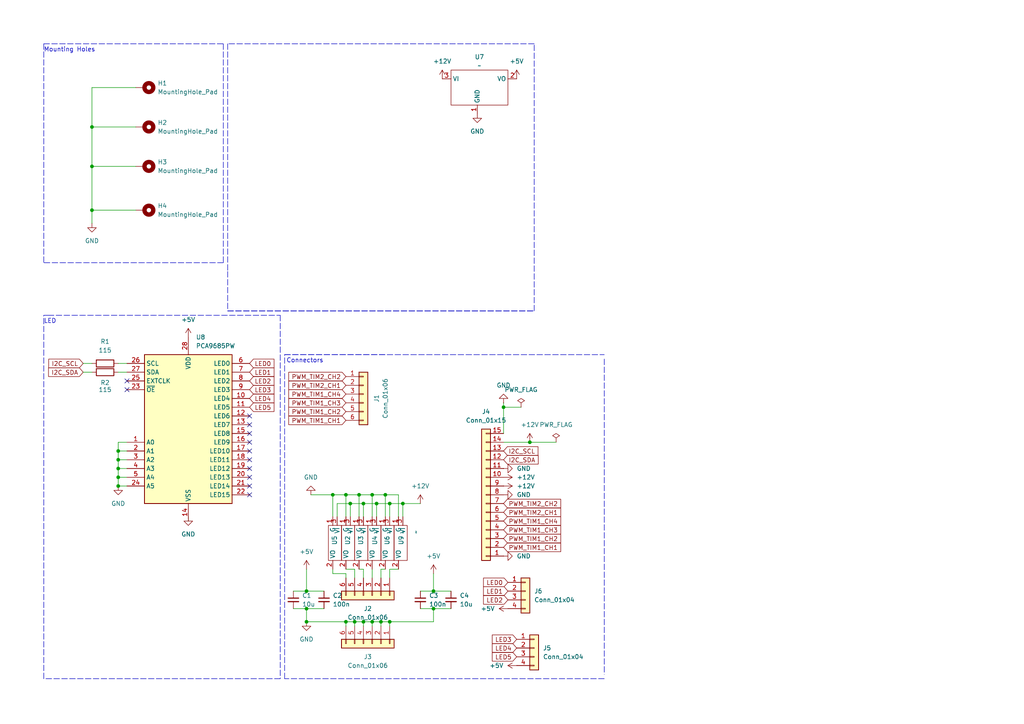
<source format=kicad_sch>
(kicad_sch (version 20231120) (generator "eeschema") (generator_version "8.0")
  (paper "A4")
  (title_block (title "PCB_tête") (date "2024-03-09") (rev "1.0") (company "ENSEA"))
  (lib_symbols
    (symbol "+5V_2" (power) (pin_numbers hide) (pin_names (offset 0) hide)
      (property "Value" "+5V" (at 0 3.556 0))
      (symbol "+5V_2_0_1"
        (polyline (pts (xy -0.762 1.27) (xy 0 2.54)))
        (polyline (pts (xy 0 0) (xy 0 2.54)))
        (polyline (pts (xy 0 2.54) (xy 0.762 1.27)))
      )
      (symbol "+5V_2_1_1"
        (pin power_in line (at 0 0 90) (length 0) (name "~") (number "1"))
      )
    )
    (symbol "Buck_1"
      (property "Reference" "U5" (at 2.032 -6.858 0))
      (property "Value" "~" (at 4.445 3.81 0))
      (symbol "Buck_1_1_1"
        (rectangle (start 2.54 1.27) (end 12.7 -2.54))
        (pin power_in line (at 0 -1.27 0) (length 2.54) (name "G") (number "1"))
        (pin passive line (at 15.24 -1.27 180) (length 2.54) (name "VO") (number "2"))
        (pin power_in line (at 0 0 0) (length 2.54) (name "VI") (number "3"))
      )
    )
    (symbol "Connector_Generic:Conn_01x04" (pin_names (offset 1.016) hide)
      (property "Reference" "J" (at 0 5.08 0))
      (property "Value" "Conn_01x04" (at 0 -7.62 0))
      (symbol "Conn_01x04_1_1"
        (rectangle (start -1.27 -4.953) (end 0 -5.207) (stroke (width 0.1524)))
        (rectangle (start -1.27 -2.413) (end 0 -2.667) (stroke (width 0.1524)))
        (rectangle (start -1.27 0.127) (end 0 -0.127) (stroke (width 0.1524)))
        (rectangle (start -1.27 2.667) (end 0 2.413) (stroke (width 0.1524)))
        (rectangle (start -1.27 3.81) (end 1.27 -6.35) (stroke (width 0.254)) (fill (type background)))
        (pin passive line (at -5.08 2.54 0) (length 3.81) (name "Pin_1") (number "1"))
        (pin passive line (at -5.08 0 0) (length 3.81) (name "Pin_2") (number "2"))
        (pin passive line (at -5.08 -2.54 0) (length 3.81) (name "Pin_3") (number "3"))
        (pin passive line (at -5.08 -5.08 0) (length 3.81) (name "Pin_4") (number "4"))
      )
    )
    (symbol "Connector_Generic:Conn_01x06" (pin_names (offset 1.016) hide)
      (property "Reference" "J" (at 0 7.62 0))
      (property "Value" "Conn_01x06" (at 0 -10.16 0))
      (symbol "Conn_01x06_1_1"
        (rectangle (start -1.27 -7.493) (end 0 -7.747) (stroke (width 0.1524)))
        (rectangle (start -1.27 -4.953) (end 0 -5.207) (stroke (width 0.1524)))
        (rectangle (start -1.27 -2.413) (end 0 -2.667) (stroke (width 0.1524)))
        (rectangle (start -1.27 0.127) (end 0 -0.127) (stroke (width 0.1524)))
        (rectangle (start -1.27 2.667) (end 0 2.413) (stroke (width 0.1524)))
        (rectangle (start -1.27 5.207) (end 0 4.953) (stroke (width 0.1524)))
        (rectangle (start -1.27 6.35) (end 1.27 -8.89) (stroke (width 0.254)) (fill (type background)))
        (pin passive line (at -5.08 5.08 0) (length 3.81) (name "Pin_1") (number "1"))
        (pin passive line (at -5.08 2.54 0) (length 3.81) (name "Pin_2") (number "2"))
        (pin passive line (at -5.08 0 0) (length 3.81) (name "Pin_3") (number "3"))
        (pin passive line (at -5.08 -2.54 0) (length 3.81) (name "Pin_4") (number "4"))
        (pin passive line (at -5.08 -5.08 0) (length 3.81) (name "Pin_5") (number "5"))
        (pin passive line (at -5.08 -7.62 0) (length 3.81) (name "Pin_6") (number "6"))
      )
    )
    (symbol "Connector_Generic:Conn_01x15" (pin_names (offset 1.016) hide)
      (property "Reference" "J" (at 0 20.32 0))
      (property "Value" "Conn_01x15" (at 0 -20.32 0))
      (symbol "Conn_01x15_1_1"
        (rectangle (start -1.27 -17.653) (end 0 -17.907) (stroke (width 0.1524)))
        (rectangle (start -1.27 -15.113) (end 0 -15.367) (stroke (width 0.1524)))
        (rectangle (start -1.27 -12.573) (end 0 -12.827) (stroke (width 0.1524)))
        (rectangle (start -1.27 -10.033) (end 0 -10.287) (stroke (width 0.1524)))
        (rectangle (start -1.27 -7.493) (end 0 -7.747) (stroke (width 0.1524)))
        (rectangle (start -1.27 -4.953) (end 0 -5.207) (stroke (width 0.1524)))
        (rectangle (start -1.27 -2.413) (end 0 -2.667) (stroke (width 0.1524)))
        (rectangle (start -1.27 0.127) (end 0 -0.127) (stroke (width 0.1524)))
        (rectangle (start -1.27 2.667) (end 0 2.413) (stroke (width 0.1524)))
        (rectangle (start -1.27 5.207) (end 0 4.953) (stroke (width 0.1524)))
        (rectangle (start -1.27 7.747) (end 0 7.493) (stroke (width 0.1524)))
        (rectangle (start -1.27 10.287) (end 0 10.033) (stroke (width 0.1524)))
        (rectangle (start -1.27 12.827) (end 0 12.573) (stroke (width 0.1524)))
        (rectangle (start -1.27 15.367) (end 0 15.113) (stroke (width 0.1524)))
        (rectangle (start -1.27 17.907) (end 0 17.653) (stroke (width 0.1524)))
        (rectangle (start -1.27 19.05) (end 1.27 -19.05) (stroke (width 0.254)) (fill (type background)))
        (pin passive line (at -5.08 17.78 0) (length 3.81) (name "Pin_1") (number "1"))
        (pin passive line (at -5.08 -5.08 0) (length 3.81) (name "Pin_10") (number "10"))
        (pin passive line (at -5.08 -7.62 0) (length 3.81) (name "Pin_11") (number "11"))
        (pin passive line (at -5.08 -10.16 0) (length 3.81) (name "Pin_12") (number "12"))
        (pin passive line (at -5.08 -12.7 0) (length 3.81) (name "Pin_13") (number "13"))
        (pin passive line (at -5.08 -15.24 0) (length 3.81) (name "Pin_14") (number "14"))
        (pin passive line (at -5.08 -17.78 0) (length 3.81) (name "Pin_15") (number "15"))
        (pin passive line (at -5.08 15.24 0) (length 3.81) (name "Pin_2") (number "2"))
        (pin passive line (at -5.08 12.7 0) (length 3.81) (name "Pin_3") (number "3"))
        (pin passive line (at -5.08 10.16 0) (length 3.81) (name "Pin_4") (number "4"))
        (pin passive line (at -5.08 7.62 0) (length 3.81) (name "Pin_5") (number "5"))
        (pin passive line (at -5.08 5.08 0) (length 3.81) (name "Pin_6") (number "6"))
        (pin passive line (at -5.08 2.54 0) (length 3.81) (name "Pin_7") (number "7"))
        (pin passive line (at -5.08 0 0) (length 3.81) (name "Pin_8") (number "8"))
        (pin passive line (at -5.08 -2.54 0) (length 3.81) (name "Pin_9") (number "9"))
      )
    )
    (symbol "Device:C_Small" (pin_numbers hide) (pin_names (offset 0.254) hide)
      (property "Reference" "C" (at 0.254 1.778 0))
      (property "Value" "C_Small" (at 0.254 -2.032 0))
      (symbol "C_Small_0_1"
        (polyline (pts (xy -1.524 -0.508) (xy 1.524 -0.508)) (stroke (width 0.3302)))
        (polyline (pts (xy -1.524 0.508) (xy 1.524 0.508)) (stroke (width 0.3048)))
      )
      (symbol "C_Small_1_1"
        (pin passive line (at 0 2.54 270) (length 2.032) (name "~") (number "1"))
        (pin passive line (at 0 -2.54 90) (length 2.032) (name "~") (number "2"))
      )
    )
    (symbol "Device:R" (pin_numbers hide) (pin_names (offset 0))
      (property "Reference" "R" (at 2.032 0 90))
      (property "Value" "R" (at 0 0 90))
      (symbol "R_0_1"
        (rectangle (start -1.016 -2.54) (end 1.016 2.54) (stroke (width 0.254)))
      )
      (symbol "R_1_1"
        (pin passive line (at 0 3.81 270) (length 1.27) (name "~") (number "1"))
        (pin passive line (at 0 -3.81 90) (length 1.27) (name "~") (number "2"))
      )
    )
    (symbol "Driver_LED:PCA9685PW"
      (property "Reference" "U" (at -12.7 22.225 0))
      (property "Value" "PCA9685PW" (at 1.27 22.225 0))
      (symbol "PCA9685PW_0_1"
        (rectangle (start -12.7 20.32) (end 12.7 -22.86) (stroke (width 0.254)) (fill (type background)))
      )
      (symbol "PCA9685PW_1_1"
        (pin input line (at -17.78 -5.08 0) (length 5.08) (name "A0") (number "1"))
        (pin output line (at 17.78 7.62 180) (length 5.08) (name "LED4") (number "10"))
        (pin output line (at 17.78 5.08 180) (length 5.08) (name "LED5") (number "11"))
        (pin output line (at 17.78 2.54 180) (length 5.08) (name "LED6") (number "12"))
        (pin output line (at 17.78 0 180) (length 5.08) (name "LED7") (number "13"))
        (pin power_in line (at 0 -27.94 90) (length 5.08) (name "VSS") (number "14"))
        (pin output line (at 17.78 -2.54 180) (length 5.08) (name "LED8") (number "15"))
        (pin output line (at 17.78 -5.08 180) (length 5.08) (name "LED9") (number "16"))
        (pin output line (at 17.78 -7.62 180) (length 5.08) (name "LED10") (number "17"))
        (pin output line (at 17.78 -10.16 180) (length 5.08) (name "LED11") (number "18"))
        (pin output line (at 17.78 -12.7 180) (length 5.08) (name "LED12") (number "19"))
        (pin input line (at -17.78 -7.62 0) (length 5.08) (name "A1") (number "2"))
        (pin output line (at 17.78 -15.24 180) (length 5.08) (name "LED13") (number "20"))
        (pin output line (at 17.78 -17.78 180) (length 5.08) (name "LED14") (number "21"))
        (pin output line (at 17.78 -20.32 180) (length 5.08) (name "LED15") (number "22"))
        (pin input line (at -17.78 10.16 0) (length 5.08) (name "~{OE}") (number "23"))
        (pin input line (at -17.78 -17.78 0) (length 5.08) (name "A5") (number "24"))
        (pin input line (at -17.78 12.7 0) (length 5.08) (name "EXTCLK") (number "25"))
        (pin input line (at -17.78 17.78 0) (length 5.08) (name "SCL") (number "26"))
        (pin bidirectional line (at -17.78 15.24 0) (length 5.08) (name "SDA") (number "27"))
        (pin power_in line (at 0 25.4 270) (length 5.08) (name "VDD") (number "28"))
        (pin input line (at -17.78 -10.16 0) (length 5.08) (name "A2") (number "3"))
        (pin input line (at -17.78 -12.7 0) (length 5.08) (name "A3") (number "4"))
        (pin input line (at -17.78 -15.24 0) (length 5.08) (name "A4") (number "5"))
        (pin output line (at 17.78 17.78 180) (length 5.08) (name "LED0") (number "6"))
        (pin output line (at 17.78 15.24 180) (length 5.08) (name "LED1") (number "7"))
        (pin output line (at 17.78 12.7 180) (length 5.08) (name "LED2") (number "8"))
        (pin output line (at 17.78 10.16 180) (length 5.08) (name "LED3") (number "9"))
      )
    )
    (symbol "GND_1" (power) (pin_numbers hide) (pin_names (offset 0) hide)
      (property "Value" "GND" (at 0 -3.81 0))
      (symbol "GND_1_0_1"
        (polyline (pts (xy 0 0) (xy 0 -1.27) (xy 1.27 -1.27) (xy 0 -2.54) (xy -1.27 -1.27) (xy 0 -1.27)))
      )
      (symbol "GND_1_1_1"
        (pin power_in line (at 0 0 270) (length 0) (name "~") (number "1"))
      )
    )
    (symbol "GND_2" (power) (pin_numbers hide) (pin_names (offset 0) hide)
      (property "Value" "GND" (at 0 -3.81 0))
      (symbol "GND_2_0_1"
        (polyline (pts (xy 0 0) (xy 0 -1.27) (xy 1.27 -1.27) (xy 0 -2.54) (xy -1.27 -1.27) (xy 0 -1.27)))
      )
      (symbol "GND_2_1_1"
        (pin power_in line (at 0 0 270) (length 0) (name "~") (number "1"))
      )
    )
    (symbol "GND_3" (power) (pin_numbers hide) (pin_names (offset 0) hide)
      (property "Value" "GND" (at 0 -3.81 0))
      (symbol "GND_3_0_1"
        (polyline (pts (xy 0 0) (xy 0 -1.27) (xy 1.27 -1.27) (xy 0 -2.54) (xy -1.27 -1.27) (xy 0 -1.27)))
      )
      (symbol "GND_3_1_1"
        (pin power_in line (at 0 0 270) (length 0) (name "~") (number "1"))
      )
    )
    (symbol "Mechanical:MountingHole_Pad" (pin_numbers hide) (pin_names (offset 1.016) hide)
      (property "Reference" "H" (at 0 6.35 0))
      (property "Value" "MountingHole_Pad" (at 0 4.445 0))
      (symbol "MountingHole_Pad_0_1"
        (circle (center 0 1.27) (radius 1.27) (stroke (width 1.27)))
      )
      (symbol "MountingHole_Pad_1_1"
        (pin input line (at 0 -2.54 90) (length 2.54) (name "1") (number "1"))
      )
    )
    (symbol "kicad-unified-universal-8.0.0:Buck1"
      (property "Reference" "U7" (at 0.635 7.62 0))
      (property "Value" "~" (at 0.635 5.08 0))
      (symbol "Buck1_1_1"
        (rectangle (start -7.62 3.81) (end 8.89 -6.35))
        (pin power_in line (at 0 -8.89 90) (length 2.54) (name "GND") (number "1"))
        (pin power_out line (at 11.43 1.27 180) (length 2.54) (name "VO") (number "2"))
        (pin power_in line (at -10.16 1.27 0) (length 2.54) (name "VI") (number "3"))
      )
    )
    (symbol "power:+12V" (power) (pin_numbers hide) (pin_names (offset 0) hide)
      (property "Value" "+12V" (at 0 3.556 0))
      (symbol "+12V_0_1"
        (polyline (pts (xy -0.762 1.27) (xy 0 2.54)))
        (polyline (pts (xy 0 0) (xy 0 2.54)))
        (polyline (pts (xy 0 2.54) (xy 0.762 1.27)))
      )
      (symbol "+12V_1_1"
        (pin power_in line (at 0 0 90) (length 0) (name "~") (number "1"))
      )
    )
    (symbol "power:+5V" (power) (pin_names (offset 0))
      (property "Value" "+5V" (at 0 3.556 0))
      (symbol "+5V_0_1"
        (polyline (pts (xy -0.762 1.27) (xy 0 2.54)))
        (polyline (pts (xy 0 0) (xy 0 2.54)))
        (polyline (pts (xy 0 2.54) (xy 0.762 1.27)))
      )
      (symbol "+5V_1_1"
        (pin power_in line (at 0 0 90) (length 0) hide (name "+5V") (number "1"))
      )
    )
    (symbol "power:GND" (power) (pin_names (offset 0))
      (property "Value" "GND" (at 0 -3.81 0))
      (symbol "GND_0_1"
        (polyline (pts (xy 0 0) (xy 0 -1.27) (xy 1.27 -1.27) (xy 0 -2.54) (xy -1.27 -1.27) (xy 0 -1.27)))
      )
      (symbol "GND_1_1"
        (pin power_in line (at 0 0 270) (length 0) hide (name "GND") (number "1"))
      )
    )
    (symbol "power:PWR_FLAG" (power) (pin_numbers hide) (pin_names (offset 0) hide)
      (property "Value" "PWR_FLAG" (at 0 3.81 0))
      (symbol "PWR_FLAG_0_0"
        (pin power_out line (at 0 0 90) (length 0) (name "~") (number "1"))
      )
      (symbol "PWR_FLAG_0_1"
        (polyline (pts (xy 0 0) (xy 0 1.27) (xy -1.016 1.905) (xy 0 2.54) (xy 1.016 1.905) (xy 0 1.27)))
      )
    )
  )
  (junction (at 125.73 171.45))
  (junction (at 125.73 176.53))
  (junction (at 100.33 180.34))
  (junction (at 104.14 143.51))
  (junction (at 96.52 143.51))
  (junction (at 111.76 143.51))
  (junction (at 26.67 36.83))
  (junction (at 88.9 171.45))
  (junction (at 102.87 180.34))
  (junction (at 100.33 143.51))
  (junction (at 34.29 138.43))
  (junction (at 34.29 140.97))
  (junction (at 116.84 146.05))
  (junction (at 26.67 48.26))
  (junction (at 146.05 118.11))
  (junction (at 113.03 180.34))
  (junction (at 107.95 180.34))
  (junction (at 113.03 146.05))
  (junction (at 101.6 146.05))
  (junction (at 88.9 176.53))
  (junction (at 34.29 130.81))
  (junction (at 34.29 133.35))
  (junction (at 107.95 143.51))
  (junction (at 109.22 146.05))
  (junction (at 110.49 180.34))
  (junction (at 105.41 180.34))
  (junction (at 105.41 146.05))
  (junction (at 34.29 135.89))
  (junction (at 88.9 180.34))
  (junction (at 153.67 128.27))
  (junction (at 26.67 60.96))
  (no_connect (at 72.39 140.97))
  (no_connect (at 72.39 128.27))
  (no_connect (at 72.39 123.19))
  (no_connect (at 72.39 125.73))
  (no_connect (at 72.39 133.35))
  (no_connect (at 72.39 138.43))
  (no_connect (at 72.39 143.51))
  (no_connect (at 72.39 130.81))
  (no_connect (at 72.39 120.65))
  (no_connect (at 36.83 113.03))
  (no_connect (at 36.83 110.49))
  (no_connect (at 72.39 135.89))
  (polyline (pts (xy 13.97 91.44) (xy 81.28 91.44)) (stroke (width 0) (type dash)))
  (wire (pts (xy 109.22 149.86) (xy 109.22 146.05)))
  (wire (pts (xy 105.41 146.05) (xy 109.22 146.05)))
  (polyline (pts (xy 66.04 78.74) (xy 66.04 90.17)) (stroke (width 0) (type dash)))
  (wire (pts (xy 96.52 165.1) (xy 96.52 166.37)))
  (wire (pts (xy 109.22 146.05) (xy 113.03 146.05)))
  (wire (pts (xy 121.92 171.45) (xy 125.73 171.45)))
  (wire (pts (xy 125.73 171.45) (xy 130.81 171.45)))
  (wire (pts (xy 100.33 149.86) (xy 100.33 143.51)))
  (wire (pts (xy 111.76 149.86) (xy 111.76 143.51)))
  (wire (pts (xy 110.49 167.64) (xy 110.49 165.1)))
  (wire (pts (xy 85.09 171.45) (xy 88.9 171.45)))
  (wire (pts (xy 97.79 146.05) (xy 101.6 146.05)))
  (polyline (pts (xy 64.77 76.2) (xy 12.7 76.2)) (stroke (width 0) (type dash)))
  (polyline (pts (xy 66.04 90.17) (xy 154.94 90.17)) (stroke (width 0) (type dash)))
  (wire (pts (xy 102.87 167.64) (xy 102.87 165.1)))
  (wire (pts (xy 34.29 105.41) (xy 36.83 105.41)))
  (wire (pts (xy 100.33 143.51) (xy 96.52 143.51)))
  (wire (pts (xy 34.29 130.81) (xy 34.29 133.35)))
  (wire (pts (xy 26.67 60.96) (xy 39.37 60.96)))
  (wire (pts (xy 105.41 180.34) (xy 107.95 180.34)))
  (wire (pts (xy 113.03 180.34) (xy 125.73 180.34)))
  (wire (pts (xy 115.57 143.51) (xy 111.76 143.51)))
  (wire (pts (xy 54.61 149.86) (xy 54.61 151.13)))
  (wire (pts (xy 110.49 165.1) (xy 111.76 165.1)))
  (wire (pts (xy 146.05 116.84) (xy 146.05 118.11)))
  (polyline (pts (xy 81.28 91.44) (xy 81.28 196.85)) (stroke (width 0) (type dash)))
  (wire (pts (xy 107.95 149.86) (xy 107.95 143.51)))
  (wire (pts (xy 153.67 128.27) (xy 161.29 128.27)))
  (wire (pts (xy 34.29 138.43) (xy 34.29 140.97)))
  (polyline (pts (xy 12.7 196.85) (xy 12.7 91.44)) (stroke (width 0) (type dash)))
  (polyline (pts (xy 12.7 91.44) (xy 13.97 91.44)) (stroke (width 0) (type dash)))
  (wire (pts (xy 24.13 105.41) (xy 26.67 105.41)))
  (wire (pts (xy 111.76 143.51) (xy 107.95 143.51)))
  (wire (pts (xy 39.37 36.83) (xy 26.67 36.83)))
  (wire (pts (xy 116.84 146.05) (xy 116.84 149.86)))
  (wire (pts (xy 104.14 143.51) (xy 100.33 143.51)))
  (wire (pts (xy 105.41 165.1) (xy 105.41 167.64)))
  (polyline (pts (xy 12.7 12.7) (xy 64.77 12.7)) (stroke (width 0) (type dash)))
  (polyline (pts (xy 154.94 12.7) (xy 66.04 12.7)) (stroke (width 0) (type dash)))
  (wire (pts (xy 85.09 176.53) (xy 88.9 176.53)))
  (wire (pts (xy 105.41 165.1) (xy 104.14 165.1)))
  (wire (pts (xy 34.29 133.35) (xy 36.83 133.35)))
  (wire (pts (xy 101.6 146.05) (xy 105.41 146.05)))
  (polyline (pts (xy 82.55 102.87) (xy 175.26 102.87)) (stroke (width 0) (type dash)))
  (wire (pts (xy 24.13 107.95) (xy 26.67 107.95)))
  (polyline (pts (xy 154.94 90.17) (xy 154.94 12.7)) (stroke (width 0) (type dash)))
  (wire (pts (xy 36.83 128.27) (xy 34.29 128.27)))
  (wire (pts (xy 88.9 176.53) (xy 88.9 180.34)))
  (wire (pts (xy 26.67 25.4) (xy 26.67 36.83)))
  (wire (pts (xy 26.67 60.96) (xy 26.67 64.77)))
  (wire (pts (xy 26.67 36.83) (xy 26.67 48.26)))
  (wire (pts (xy 107.95 165.1) (xy 107.95 167.64)))
  (wire (pts (xy 113.03 167.64) (xy 113.03 165.1)))
  (wire (pts (xy 26.67 48.26) (xy 26.67 60.96)))
  (wire (pts (xy 101.6 149.86) (xy 101.6 146.05)))
  (wire (pts (xy 107.95 180.34) (xy 110.49 180.34)))
  (polyline (pts (xy 175.26 104.14) (xy 175.26 195.58)) (stroke (width 0) (type dash)))
  (wire (pts (xy 34.29 140.97) (xy 36.83 140.97)))
  (wire (pts (xy 96.52 143.51) (xy 90.17 143.51)))
  (polyline (pts (xy 64.77 12.7) (xy 64.77 76.2)) (stroke (width 0) (type dash)))
  (wire (pts (xy 105.41 149.86) (xy 105.41 146.05)))
  (wire (pts (xy 34.29 135.89) (xy 34.29 138.43)))
  (wire (pts (xy 34.29 133.35) (xy 34.29 135.89)))
  (wire (pts (xy 102.87 180.34) (xy 105.41 180.34)))
  (wire (pts (xy 110.49 180.34) (xy 110.49 181.61)))
  (wire (pts (xy 125.73 176.53) (xy 130.81 176.53)))
  (polyline (pts (xy 12.7 12.7) (xy 12.7 76.2)) (stroke (width 0) (type dash)))
  (wire (pts (xy 113.03 146.05) (xy 116.84 146.05)))
  (wire (pts (xy 96.52 166.37) (xy 100.33 166.37)))
  (wire (pts (xy 146.05 118.11) (xy 151.13 118.11)))
  (polyline (pts (xy 82.55 196.85) (xy 82.55 102.87)) (stroke (width 0) (type dash)))
  (wire (pts (xy 146.05 118.11) (xy 146.05 125.73)))
  (wire (pts (xy 113.03 180.34) (xy 113.03 181.61)))
  (wire (pts (xy 96.52 149.86) (xy 96.52 143.51)))
  (wire (pts (xy 34.29 107.95) (xy 36.83 107.95)))
  (wire (pts (xy 34.29 128.27) (xy 34.29 130.81)))
  (polyline (pts (xy 66.04 12.7) (xy 66.04 78.74)) (stroke (width 0) (type dash)))
  (wire (pts (xy 88.9 176.53) (xy 93.98 176.53)))
  (wire (pts (xy 88.9 171.45) (xy 93.98 171.45)))
  (wire (pts (xy 125.73 166.37) (xy 125.73 171.45)))
  (polyline (pts (xy 66.04 90.17) (xy 154.94 90.17)) (stroke (width 0) (type dash)))
  (wire (pts (xy 34.29 130.81) (xy 36.83 130.81)))
  (polyline (pts (xy 175.26 196.85) (xy 82.55 196.85)) (stroke (width 0) (type dash)))
  (wire (pts (xy 100.33 180.34) (xy 100.33 181.61)))
  (wire (pts (xy 88.9 180.34) (xy 100.33 180.34)))
  (wire (pts (xy 104.14 149.86) (xy 104.14 143.51)))
  (wire (pts (xy 34.29 135.89) (xy 36.83 135.89)))
  (wire (pts (xy 39.37 25.4) (xy 26.67 25.4)))
  (wire (pts (xy 88.9 165.1) (xy 88.9 171.45)))
  (wire (pts (xy 26.67 48.26) (xy 39.37 48.26)))
  (wire (pts (xy 102.87 165.1) (xy 100.33 165.1)))
  (polyline (pts (xy 82.55 102.87) (xy 111.76 102.87)) (stroke (width 0) (type dash)))
  (wire (pts (xy 100.33 166.37) (xy 100.33 167.64)))
  (wire (pts (xy 100.33 180.34) (xy 102.87 180.34)))
  (wire (pts (xy 110.49 180.34) (xy 113.03 180.34)))
  (wire (pts (xy 115.57 149.86) (xy 115.57 143.51)))
  (wire (pts (xy 107.95 180.34) (xy 107.95 181.61)))
  (polyline (pts (xy 81.28 196.85) (xy 12.7 196.85)) (stroke (width 0) (type dash)))
  (wire (pts (xy 113.03 149.86) (xy 113.03 146.05)))
  (wire (pts (xy 34.29 138.43) (xy 36.83 138.43)))
  (wire (pts (xy 113.03 165.1) (xy 115.57 165.1)))
  (wire (pts (xy 121.92 146.05) (xy 116.84 146.05)))
  (wire (pts (xy 121.92 176.53) (xy 125.73 176.53)))
  (wire (pts (xy 97.79 149.86) (xy 97.79 146.05)))
  (wire (pts (xy 153.67 128.27) (xy 146.05 128.27)))
  (wire (pts (xy 105.41 180.34) (xy 105.41 181.61)))
  (wire (pts (xy 107.95 143.51) (xy 104.14 143.51)))
  (wire (pts (xy 102.87 180.34) (xy 102.87 181.61)))
  (wire (pts (xy 125.73 176.53) (xy 125.73 180.34)))
  (text "LED " (at 12.7 93.98 0) (effects (font (size 1.27 1.27)) (justify left bottom)))
  (text "Connectors" (at 83.058 105.41 0) (effects (font (size 1.27 1.27)) (justify left bottom)))
  (text "Mounting Holes" (at 12.7 15.24 0) (effects (font (size 1.27 1.27)) (justify left bottom)))
  (global_label "LED5" (shape input) (at 149.86 190.5 180) (property "Intersheetrefs" "${INTERSHEET_REFS}" (effects (hide yes))))
  (global_label "PWM_TIM1_CH4" (shape input) (at 146.05 151.13 0) (property "Intersheetrefs" "${INTERSHEET_REFS}" (effects (hide yes))))
  (global_label "LED1" (shape input) (at 147.32 171.45 180) (property "Intersheetrefs" "${INTERSHEET_REFS}" (effects (hide yes))))
  (global_label "LED1" (shape input) (at 72.39 107.95 0) (property "Intersheetrefs" "${INTERSHEET_REFS}" (effects (hide yes))))
  (global_label "LED4" (shape input) (at 149.86 187.96 180) (property "Intersheetrefs" "${INTERSHEET_REFS}" (effects (hide yes))))
  (global_label "PWM_TIM2_CH2" (shape input) (at 146.05 146.05 0) (property "Intersheetrefs" "${INTERSHEET_REFS}" (effects (hide yes))))
  (global_label "PWM_TIM1_CH3" (shape input) (at 146.05 153.67 0) (property "Intersheetrefs" "${INTERSHEET_REFS}" (effects (hide yes))))
  (global_label "I2C_SCL" (shape input) (at 24.13 105.41 180) (property "Intersheetrefs" "${INTERSHEET_REFS}" (effects (hide yes))))
  (global_label "I2C_SDA" (shape input) (at 24.13 107.95 180) (property "Intersheetrefs" "${INTERSHEET_REFS}" (effects (hide yes))))
  (global_label "LED2" (shape input) (at 72.39 110.49 0) (property "Intersheetrefs" "${INTERSHEET_REFS}" (effects (hide yes))))
  (global_label "PWM_TIM1_CH1" (shape input) (at 100.33 121.92 180) (property "Intersheetrefs" "${INTERSHEET_REFS}" (effects (hide yes))))
  (global_label "PWM_TIM1_CH4" (shape input) (at 100.33 114.3 180) (property "Intersheetrefs" "${INTERSHEET_REFS}" (effects (hide yes))))
  (global_label "PWM_TIM1_CH2" (shape input) (at 146.05 156.21 0) (property "Intersheetrefs" "${INTERSHEET_REFS}" (effects (hide yes))))
  (global_label "LED5" (shape input) (at 72.39 118.11 0) (property "Intersheetrefs" "${INTERSHEET_REFS}" (effects (hide yes))))
  (global_label "PWM_TIM1_CH3" (shape input) (at 100.33 116.84 180) (property "Intersheetrefs" "${INTERSHEET_REFS}" (effects (hide yes))))
  (global_label "I2C_SDA" (shape input) (at 146.05 133.35 0) (property "Intersheetrefs" "${INTERSHEET_REFS}" (effects (hide yes))))
  (global_label "LED0" (shape input) (at 147.32 168.91 180) (property "Intersheetrefs" "${INTERSHEET_REFS}" (effects (hide yes))))
  (global_label "LED4" (shape input) (at 72.39 115.57 0) (property "Intersheetrefs" "${INTERSHEET_REFS}" (effects (hide yes))))
  (global_label "I2C_SCL" (shape input) (at 146.05 130.81 0) (property "Intersheetrefs" "${INTERSHEET_REFS}" (effects (hide yes))))
  (global_label "LED2" (shape input) (at 147.32 173.99 180) (property "Intersheetrefs" "${INTERSHEET_REFS}" (effects (hide yes))))
  (global_label "PWM_TIM1_CH2" (shape input) (at 100.33 119.38 180) (property "Intersheetrefs" "${INTERSHEET_REFS}" (effects (hide yes))))
  (global_label "PWM_TIM2_CH2" (shape input) (at 100.33 109.22 180) (property "Intersheetrefs" "${INTERSHEET_REFS}" (effects (hide yes))))
  (global_label "LED3" (shape input) (at 72.39 113.03 0) (property "Intersheetrefs" "${INTERSHEET_REFS}" (effects (hide yes))))
  (global_label "PWM_TIM2_CH1" (shape input) (at 100.33 111.76 180) (property "Intersheetrefs" "${INTERSHEET_REFS}" (effects (hide yes))))
  (global_label "LED0" (shape input) (at 72.39 105.41 0) (property "Intersheetrefs" "${INTERSHEET_REFS}" (effects (hide yes))))
  (global_label "PWM_TIM2_CH1" (shape input) (at 146.05 148.59 0) (property "Intersheetrefs" "${INTERSHEET_REFS}" (effects (hide yes))))
  (global_label "PWM_TIM1_CH1" (shape input) (at 146.05 158.75 0) (property "Intersheetrefs" "${INTERSHEET_REFS}" (effects (hide yes))))
  (global_label "LED3" (shape input) (at 149.86 185.42 180) (property "Intersheetrefs" "${INTERSHEET_REFS}" (effects (hide yes))))
  (symbol (lib_name "GND_1") (lib_id "power:GND") (at 146.05 143.51 90) (unit 1)
    (property "Reference" "#PWR07" (effects (hide yes)))
    (property "Value" "GND" (at 149.86 143.5099 90) (effects (justify right)))
    (property "Description" "Power symbol creates a global label with name \"GND\" , ground" (effects (hide yes)))
  )
  (symbol (lib_id "Mechanical:MountingHole_Pad") (at 41.91 36.83 270) (unit 1)
    (property "Reference" "H2" (at 45.72 35.56 90) (effects (justify left)))
    (property "Value" "MountingHole_Pad" (at 45.72 38.1 90) (effects (justify left)))
    (property "Footprint" "MountingHole:MountingHole_3.2mm_M3_Pad_Via" (effects (hide yes)))
  )
  (symbol (lib_id "power:+12V") (at 146.05 138.43 270) (unit 1)
    (property "Reference" "#PWR012" (effects (hide yes)))
    (property "Value" "+12V" (at 149.86 138.4299 90) (effects (justify left)))
    (property "Description" "Power symbol creates a global label with name \"+12V\"" (effects (hide yes)))
  )
  (symbol (lib_id "power:+5V") (at 147.32 176.53 90) (unit 1)
    (property "Reference" "#PWR03" (effects (hide yes)))
    (property "Value" "+5V" (at 143.51 176.5299 90) (effects (justify left)))
  )
  (symbol (lib_name "GND_1") (lib_id "power:GND") (at 146.05 135.89 90) (unit 1)
    (property "Reference" "#PWR08" (effects (hide yes)))
    (property "Value" "GND" (at 149.86 135.8899 90) (effects (justify right)))
    (property "Description" "Power symbol creates a global label with name \"GND\" , ground" (effects (hide yes)))
  )
  (symbol (lib_id "Connector_Generic:Conn_01x04") (at 152.4 171.45 0) (unit 1)
    (property "Reference" "J6" (at 154.94 171.4499 0) (effects (justify left)))
    (property "Value" "Conn_01x04" (at 154.94 173.9899 0) (effects (justify left)))
    (property "Footprint" "Connector_PinHeader_2.54mm:PinHeader_1x04_P2.54mm_Vertical" (effects (hide yes)))
    (property "Description" "Generic connector, single row, 01x04, script generated (kicad-library-utils/schlib/autogen/connector/)" (effects (hide yes)))
  )
  (symbol (lib_name "+5V_2") (lib_id "power:+5V") (at 149.86 22.86 0) (unit 1)
    (property "Reference" "#PWR035" (effects (hide yes)))
    (property "Value" "+5V" (at 149.86 17.78 0))
    (property "Description" "Power symbol creates a global label with name \"+5V\"" (effects (hide yes)))
  )
  (symbol (lib_name "Buck_1") (lib_id "kicad-unified-universal-8.0.0:Buck") (at 109.22 149.86 270) (unit 1)
    (property "Reference" "U4" (at 108.712 156.718 0))
    (property "Value" "~" (at 113.03 154.305 0))
    (property "Footprint" "libs:173010542" (effects (hide yes)))
  )
  (symbol (lib_id "Device:C_Small") (at 85.09 173.99 0) (unit 1)
    (property "Reference" "C1" (at 87.63 172.7263 0) (effects (justify left)))
    (property "Value" "10u" (at 87.63 175.2663 0) (effects (justify left)))
    (property "Footprint" "Capacitor_SMD:C_0603_1608Metric_Pad1.08x0.95mm_HandSolder" (effects (hide yes)))
  )
  (symbol (lib_id "power:GND") (at 54.61 149.86 0) (unit 1)
    (property "Reference" "#PWR02" (effects (hide yes)))
    (property "Value" "GND" (at 54.61 154.94 0))
  )
  (symbol (lib_id "Device:C_Small") (at 93.98 173.99 0) (unit 1)
    (property "Reference" "C2" (at 96.52 172.7263 0) (effects (justify left)))
    (property "Value" "100n" (at 96.52 175.2663 0) (effects (justify left)))
    (property "Footprint" "Capacitor_SMD:C_0603_1608Metric_Pad1.08x0.95mm_HandSolder" (effects (hide yes)))
  )
  (symbol (lib_id "power:GND") (at 88.9 180.34 0) (unit 1)
    (property "Reference" "#PWR010" (effects (hide yes)))
    (property "Value" "GND" (at 88.9 185.42 0))
  )
  (symbol (lib_name "Buck_1") (lib_id "kicad-unified-universal-8.0.0:Buck") (at 105.41 149.86 270) (unit 1)
    (property "Reference" "U3" (at 104.648 156.718 0))
    (property "Value" "~" (at 109.22 154.305 0))
    (property "Footprint" "libs:173010542" (effects (hide yes)))
  )
  (symbol (lib_id "Connector_Generic:Conn_01x15") (at 140.97 143.51 180) (unit 1)
    (property "Reference" "J4" (at 140.97 119.38 0))
    (property "Value" "Conn_01x15" (at 140.97 121.92 0))
    (property "Footprint" "libs:CONN15_31321_WRE" (effects (hide yes)))
  )
  (symbol (lib_id "power:+5V") (at 149.86 193.04 90) (unit 1)
    (property "Reference" "#PWR018" (effects (hide yes)))
    (property "Value" "+5V" (at 146.05 193.0399 90) (effects (justify left)))
  )
  (symbol (lib_id "power:GND") (at 26.67 64.77 0) (unit 1)
    (property "Reference" "#PWR01" (effects (hide yes)))
    (property "Value" "GND" (at 26.67 69.85 0))
  )
  (symbol (lib_id "power:+12V") (at 153.67 128.27 0) (unit 1)
    (property "Reference" "#PWR014" (effects (hide yes)))
    (property "Value" "+12V" (at 153.67 123.19 0))
    (property "Description" "Power symbol creates a global label with name \"+12V\"" (effects (hide yes)))
  )
  (symbol (lib_name "GND_3") (lib_id "power:GND") (at 138.43 33.02 0) (unit 1)
    (property "Reference" "#PWR034" (effects (hide yes)))
    (property "Value" "GND" (at 138.43 38.1 0))
    (property "Description" "Power symbol creates a global label with name \"GND\" , ground" (effects (hide yes)))
  )
  (symbol (lib_id "power:+12V") (at 128.27 22.86 0) (unit 1)
    (property "Reference" "#PWR033" (effects (hide yes)))
    (property "Value" "+12V" (at 128.27 17.78 0))
    (property "Description" "Power symbol creates a global label with name \"+12V\"" (effects (hide yes)))
  )
  (symbol (lib_id "kicad-unified-universal-8.0.0:Buck1") (at 138.43 24.13 0) (unit 1)
    (property "Reference" "U7" (at 139.065 16.51 0))
    (property "Value" "~" (at 139.065 19.05 0))
    (property "Footprint" "libs:173010542" (effects (hide yes)))
  )
  (symbol (lib_name "Buck_1") (lib_id "kicad-unified-universal-8.0.0:Buck") (at 101.6 149.86 270) (unit 1)
    (property "Reference" "U2" (at 100.838 156.718 0))
    (property "Value" "~" (at 105.41 154.305 0))
    (property "Footprint" "libs:173010542" (effects (hide yes)))
  )
  (symbol (lib_name "GND_1") (lib_id "power:GND") (at 146.05 116.84 180) (unit 1)
    (property "Reference" "#PWR09" (effects (hide yes)))
    (property "Value" "GND" (at 146.05 111.76 0))
    (property "Description" "Power symbol creates a global label with name \"GND\" , ground" (effects (hide yes)))
  )
  (symbol (lib_id "Connector_Generic:Conn_01x04") (at 154.94 187.96 0) (unit 1)
    (property "Reference" "J5" (at 157.48 187.9599 0) (effects (justify left)))
    (property "Value" "Conn_01x04" (at 157.48 190.4999 0) (effects (justify left)))
    (property "Footprint" "Connector_PinHeader_2.54mm:PinHeader_1x04_P2.54mm_Vertical" (effects (hide yes)))
    (property "Description" "Generic connector, single row, 01x04, script generated (kicad-library-utils/schlib/autogen/connector/)" (effects (hide yes)))
  )
  (symbol (lib_name "Buck_1") (lib_id "kicad-unified-universal-8.0.0:Buck") (at 97.79 149.86 270) (unit 1)
    (property "Reference" "U5" (at 97.028 156.718 0))
    (property "Value" "~" (at 101.6 154.305 0))
    (property "Footprint" "libs:173010542" (effects (hide yes)))
  )
  (symbol (lib_id "power:PWR_FLAG") (at 161.29 128.27 0) (unit 1)
    (property "Reference" "#FLG01" (effects (hide yes)))
    (property "Value" "PWR_FLAG" (at 161.29 123.19 0))
    (property "Description" "Special symbol for telling ERC where power comes from" (effects (hide yes)))
  )
  (symbol (lib_id "Mechanical:MountingHole_Pad") (at 41.91 25.4 270) (unit 1)
    (property "Reference" "H1" (at 45.72 24.13 90) (effects (justify left)))
    (property "Value" "MountingHole_Pad" (at 45.72 26.67 90) (effects (justify left)))
    (property "Footprint" "MountingHole:MountingHole_3.2mm_M3_Pad_Via" (effects (hide yes)))
  )
  (symbol (lib_id "power:+5V") (at 125.73 166.37 0) (unit 1)
    (property "Reference" "#PWR017" (effects (hide yes)))
    (property "Value" "+5V" (at 125.73 161.29 0))
  )
  (symbol (lib_name "GND_2") (lib_id "power:GND") (at 34.29 140.97 0) (unit 1)
    (property "Reference" "#PWR036" (effects (hide yes)))
    (property "Value" "GND" (at 34.29 146.05 0))
    (property "Description" "Power symbol creates a global label with name \"GND\" , ground" (effects (hide yes)))
  )
  (symbol (lib_id "Mechanical:MountingHole_Pad") (at 41.91 48.26 270) (unit 1)
    (property "Reference" "H3" (at 45.72 46.99 90) (effects (justify left)))
    (property "Value" "MountingHole_Pad" (at 45.72 49.53 90) (effects (justify left)))
    (property "Footprint" "MountingHole:MountingHole_3.2mm_M3_Pad_Via" (effects (hide yes)))
  )
  (symbol (lib_id "Connector_Generic:Conn_01x06") (at 107.95 172.72 270) (unit 1)
    (property "Reference" "J2" (at 106.68 176.53 90))
    (property "Value" "Conn_01x06" (at 106.68 179.07 90))
    (property "Footprint" "Connector_PinHeader_2.54mm:PinHeader_1x06_P2.54mm_Vertical" (effects (hide yes)))
  )
  (symbol (lib_id "power:PWR_FLAG") (at 151.13 118.11 0) (unit 1)
    (property "Reference" "#FLG02" (effects (hide yes)))
    (property "Value" "PWR_FLAG" (at 151.13 113.03 0))
    (property "Description" "Special symbol for telling ERC where power comes from" (effects (hide yes)))
  )
  (symbol (lib_id "Device:C_Small") (at 130.81 173.99 0) (unit 1)
    (property "Reference" "C4" (at 133.35 172.7263 0) (effects (justify left)))
    (property "Value" "10u" (at 133.35 175.2663 0) (effects (justify left)))
    (property "Footprint" "Capacitor_SMD:C_0603_1608Metric_Pad1.08x0.95mm_HandSolder" (effects (hide yes)))
  )
  (symbol (lib_id "Device:R") (at 30.48 107.95 90) (unit 1)
    (property "Reference" "R2" (at 30.48 110.998 90))
    (property "Value" "115" (at 30.48 113.03 90))
    (property "Footprint" "Resistor_SMD:R_0603_1608Metric_Pad0.98x0.95mm_HandSolder" (effects (hide yes)))
    (property "Description" "Resistor" (effects (hide yes)))
  )
  (symbol (lib_id "power:+12V") (at 146.05 140.97 270) (unit 1)
    (property "Reference" "#PWR013" (effects (hide yes)))
    (property "Value" "+12V" (at 149.86 140.9699 90) (effects (justify left)))
    (property "Description" "Power symbol creates a global label with name \"+12V\"" (effects (hide yes)))
  )
  (symbol (lib_id "power:+5V") (at 88.9 165.1 0) (unit 1)
    (property "Reference" "#PWR011" (effects (hide yes)))
    (property "Value" "+5V" (at 88.9 160.02 0))
  )
  (symbol (lib_name "Buck_1") (lib_id "kicad-unified-universal-8.0.0:Buck") (at 113.03 149.86 270) (unit 1)
    (property "Reference" "U6" (at 112.268 156.718 0))
    (property "Value" "~" (at 116.84 154.305 0))
    (property "Footprint" "libs:173010542" (effects (hide yes)))
  )
  (symbol (lib_id "Mechanical:MountingHole_Pad") (at 41.91 60.96 270) (unit 1)
    (property "Reference" "H4" (at 45.72 59.69 90) (effects (justify left)))
    (property "Value" "MountingHole_Pad" (at 45.72 62.23 90) (effects (justify left)))
    (property "Footprint" "MountingHole:MountingHole_3.2mm_M3_Pad_Via" (effects (hide yes)))
  )
  (symbol (lib_name "Buck_1") (lib_id "kicad-unified-universal-8.0.0:Buck") (at 116.84 149.86 270) (unit 1)
    (property "Reference" "U9" (at 116.332 156.718 0))
    (property "Value" "~" (at 120.65 154.305 0))
    (property "Footprint" "libs:173010542" (effects (hide yes)))
  )
  (symbol (lib_id "Connector_Generic:Conn_01x06") (at 105.41 114.3 0) (unit 1)
    (property "Reference" "J1" (at 109.22 115.57 90))
    (property "Value" "Conn_01x06" (at 111.76 115.57 90))
    (property "Footprint" "Connector_PinHeader_2.54mm:PinHeader_1x06_P2.54mm_Vertical" (effects (hide yes)))
  )
  (symbol (lib_id "Driver_LED:PCA9685PW") (at 54.61 123.19 0) (unit 1)
    (property "Reference" "U8" (at 56.8041 97.79 0) (effects (justify left)))
    (property "Value" "PCA9685PW" (at 56.8041 100.33 0) (effects (justify left)))
    (property "Footprint" "Package_SO:TSSOP-28_4.4x9.7mm_P0.65mm" (effects (hide yes)))
    (property "Datasheet" "http://www.nxp.com/docs/en/data-sheet/PCA9685.pdf" (effects (hide yes)))
  )
  (symbol (lib_name "GND_1") (lib_id "power:GND") (at 146.05 161.29 90) (unit 1)
    (property "Reference" "#PWR06" (effects (hide yes)))
    (property "Value" "GND" (at 149.86 161.2899 90) (effects (justify right)))
    (property "Description" "Power symbol creates a global label with name \"GND\" , ground" (effects (hide yes)))
  )
  (symbol (lib_id "Device:R") (at 30.48 105.41 90) (unit 1)
    (property "Reference" "R1" (at 30.48 99.06 90))
    (property "Value" "115" (at 30.48 101.6 90))
    (property "Footprint" "Resistor_SMD:R_0603_1608Metric_Pad0.98x0.95mm_HandSolder" (effects (hide yes)))
    (property "Description" "Resistor" (effects (hide yes)))
  )
  (symbol (lib_id "Connector_Generic:Conn_01x06") (at 107.95 186.69 270) (unit 1)
    (property "Reference" "J3" (at 106.68 190.5 90))
    (property "Value" "Conn_01x06" (at 106.68 193.04 90))
    (property "Footprint" "Connector_PinHeader_2.54mm:PinHeader_1x06_P2.54mm_Vertical" (effects (hide yes)))
  )
  (symbol (lib_id "Device:C_Small") (at 121.92 173.99 0) (unit 1)
    (property "Reference" "C3" (at 124.46 172.7263 0) (effects (justify left)))
    (property "Value" "100n" (at 124.46 175.2663 0) (effects (justify left)))
    (property "Footprint" "Capacitor_SMD:C_0603_1608Metric_Pad1.08x0.95mm_HandSolder" (effects (hide yes)))
  )
  (symbol (lib_id "power:+5V") (at 54.61 97.79 0) (unit 1)
    (property "Reference" "#PWR04" (effects (hide yes)))
    (property "Value" "+5V" (at 54.61 92.71 0))
  )
  (symbol (lib_name "GND_3") (lib_id "power:GND") (at 90.17 143.51 180) (unit 1)
    (property "Reference" "#PWR016" (effects (hide yes)))
    (property "Value" "GND" (at 90.17 138.43 0))
    (property "Description" "Power symbol creates a global label with name \"GND\" , ground" (effects (hide yes)))
  )
  (symbol (lib_id "power:+12V") (at 121.92 146.05 0) (unit 1)
    (property "Reference" "#PWR015" (effects (hide yes)))
    (property "Value" "+12V" (at 121.92 140.97 0))
    (property "Description" "Power symbol creates a global label with name \"+12V\"" (effects (hide yes)))
  )
)
</source>
